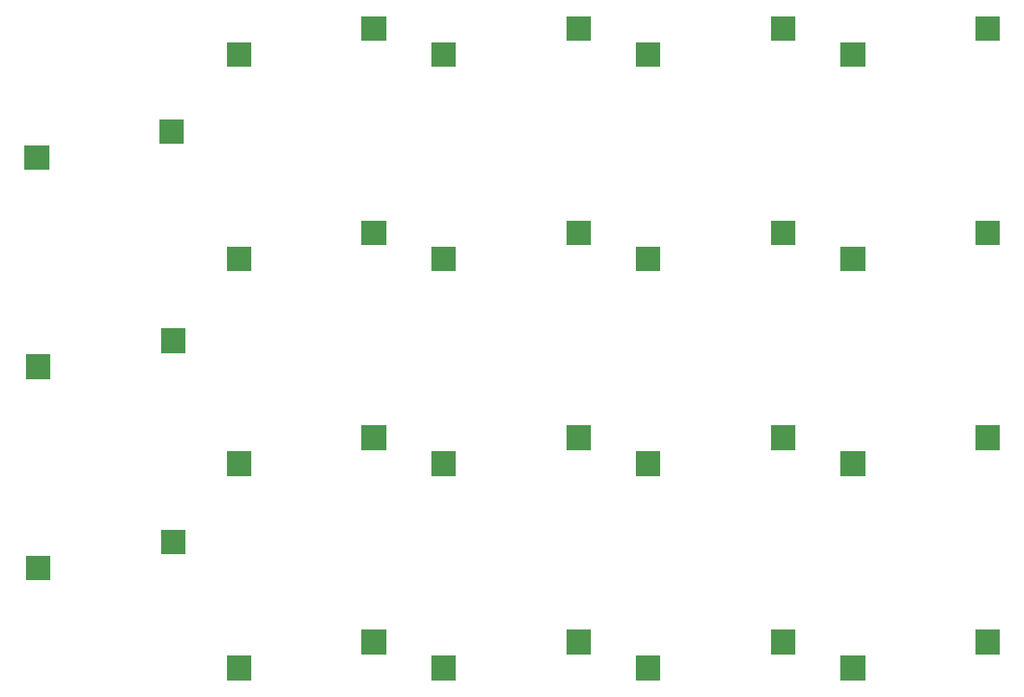
<source format=gbp>
G04 Layer: BottomPasteMaskLayer*
G04 EasyEDA v6.4.14, 2021-01-27T18:33:08+00:00*
G04 23e06626385a4a67b6d4a1ad3893387d,b188a025bfda474f93bca2756d95531f,10*
G04 Gerber Generator version 0.2*
G04 Scale: 100 percent, Rotated: No, Reflected: No *
G04 Dimensions in millimeters *
G04 leading zeros omitted , absolute positions ,4 integer and 5 decimal *
%FSLAX45Y45*%
%MOMM*%

%ADD10C,0.0001*%

%LPD*%
G36*
X3484288Y9617598D02*
G01*
X3724287Y9617598D01*
X3724287Y9377598D01*
X3484288Y9377598D01*
G37*
G36*
X2164308Y9363610D02*
G01*
X2404308Y9363610D01*
X2404308Y9123611D01*
X2164308Y9123611D01*
G37*
G36*
X3484288Y7617599D02*
G01*
X3724287Y7617599D01*
X3724287Y7377600D01*
X3484288Y7377600D01*
G37*
G36*
X2164308Y7363612D02*
G01*
X2404308Y7363612D01*
X2404308Y7123612D01*
X2164308Y7123612D01*
G37*
G36*
X3484288Y5617598D02*
G01*
X3724287Y5617598D01*
X3724287Y5377599D01*
X3484288Y5377599D01*
G37*
G36*
X2164308Y5363611D02*
G01*
X2404308Y5363611D01*
X2404308Y5123611D01*
X2164308Y5123611D01*
G37*
G36*
X3484288Y3617600D02*
G01*
X3724287Y3617600D01*
X3724287Y3377600D01*
X3484288Y3377600D01*
G37*
G36*
X2164308Y3363612D02*
G01*
X2404308Y3363612D01*
X2404308Y3123613D01*
X2164308Y3123613D01*
G37*
G36*
X5484289Y9617598D02*
G01*
X5724288Y9617598D01*
X5724288Y9377598D01*
X5484289Y9377598D01*
G37*
G36*
X4164309Y9363610D02*
G01*
X4404309Y9363610D01*
X4404309Y9123611D01*
X4164309Y9123611D01*
G37*
G36*
X5484289Y7617599D02*
G01*
X5724288Y7617599D01*
X5724288Y7377600D01*
X5484289Y7377600D01*
G37*
G36*
X4164309Y7363612D02*
G01*
X4404309Y7363612D01*
X4404309Y7123612D01*
X4164309Y7123612D01*
G37*
G36*
X5484289Y5617598D02*
G01*
X5724288Y5617598D01*
X5724288Y5377599D01*
X5484289Y5377599D01*
G37*
G36*
X4164309Y5363611D02*
G01*
X4404309Y5363611D01*
X4404309Y5123611D01*
X4164309Y5123611D01*
G37*
G36*
X5484289Y3617600D02*
G01*
X5724288Y3617600D01*
X5724288Y3377600D01*
X5484289Y3377600D01*
G37*
G36*
X4164309Y3363612D02*
G01*
X4404309Y3363612D01*
X4404309Y3123613D01*
X4164309Y3123613D01*
G37*
G36*
X7484287Y9617598D02*
G01*
X7724287Y9617598D01*
X7724287Y9377598D01*
X7484287Y9377598D01*
G37*
G36*
X6164308Y9363610D02*
G01*
X6404307Y9363610D01*
X6404307Y9123611D01*
X6164308Y9123611D01*
G37*
G36*
X7484287Y7617599D02*
G01*
X7724287Y7617599D01*
X7724287Y7377600D01*
X7484287Y7377600D01*
G37*
G36*
X6164308Y7363612D02*
G01*
X6404307Y7363612D01*
X6404307Y7123612D01*
X6164308Y7123612D01*
G37*
G36*
X7484287Y5617598D02*
G01*
X7724287Y5617598D01*
X7724287Y5377599D01*
X7484287Y5377599D01*
G37*
G36*
X6164308Y5363611D02*
G01*
X6404307Y5363611D01*
X6404307Y5123611D01*
X6164308Y5123611D01*
G37*
G36*
X7484287Y3617600D02*
G01*
X7724287Y3617600D01*
X7724287Y3377600D01*
X7484287Y3377600D01*
G37*
G36*
X6164308Y3363612D02*
G01*
X6404307Y3363612D01*
X6404307Y3123613D01*
X6164308Y3123613D01*
G37*
G36*
X9484288Y9617598D02*
G01*
X9724288Y9617598D01*
X9724288Y9377598D01*
X9484288Y9377598D01*
G37*
G36*
X8164309Y9363610D02*
G01*
X8404308Y9363610D01*
X8404308Y9123611D01*
X8164309Y9123611D01*
G37*
G36*
X9484288Y7617599D02*
G01*
X9724288Y7617599D01*
X9724288Y7377600D01*
X9484288Y7377600D01*
G37*
G36*
X8164309Y7363612D02*
G01*
X8404308Y7363612D01*
X8404308Y7123612D01*
X8164309Y7123612D01*
G37*
G36*
X9484288Y5617598D02*
G01*
X9724288Y5617598D01*
X9724288Y5377599D01*
X9484288Y5377599D01*
G37*
G36*
X8164309Y5363611D02*
G01*
X8404308Y5363611D01*
X8404308Y5123611D01*
X8164309Y5123611D01*
G37*
G36*
X9484288Y3617600D02*
G01*
X9724288Y3617600D01*
X9724288Y3377600D01*
X9484288Y3377600D01*
G37*
G36*
X8164309Y3363612D02*
G01*
X8404308Y3363612D01*
X8404308Y3123613D01*
X8164309Y3123613D01*
G37*
G36*
X1508688Y8608700D02*
G01*
X1748688Y8608700D01*
X1748688Y8368700D01*
X1508688Y8368700D01*
G37*
G36*
X188709Y8354712D02*
G01*
X428708Y8354712D01*
X428708Y8114713D01*
X188709Y8114713D01*
G37*
G36*
X1521388Y6564000D02*
G01*
X1761388Y6564000D01*
X1761388Y6324000D01*
X1521388Y6324000D01*
G37*
G36*
X201409Y6310012D02*
G01*
X441408Y6310012D01*
X441408Y6070013D01*
X201409Y6070013D01*
G37*
G36*
X1521388Y4595500D02*
G01*
X1761388Y4595500D01*
X1761388Y4355500D01*
X1521388Y4355500D01*
G37*
G36*
X201409Y4341512D02*
G01*
X441408Y4341512D01*
X441408Y4101513D01*
X201409Y4101513D01*
G37*
M02*

</source>
